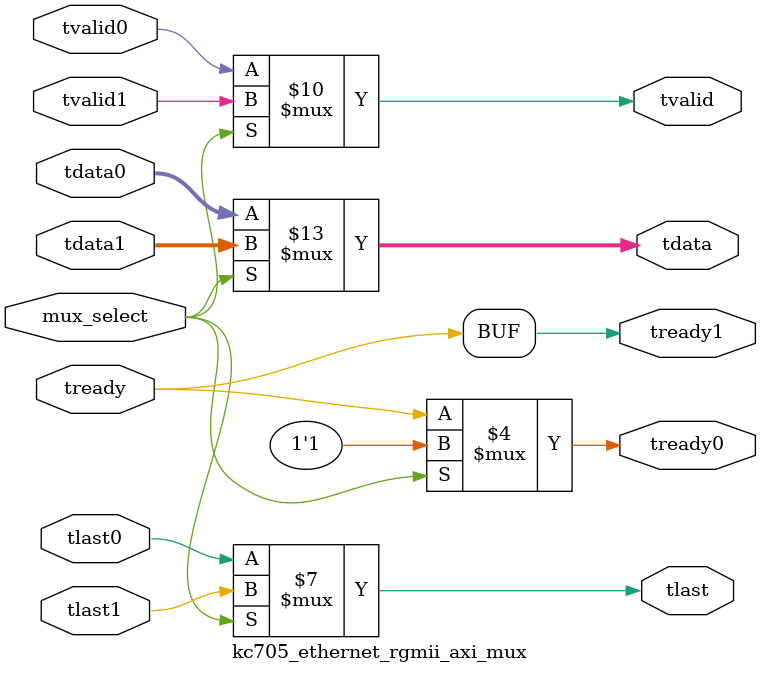
<source format=v>

`timescale 1 ps/1 ps

module kc705_ethernet_rgmii_axi_mux (
   input                   mux_select,

   // mux inputs
   input       [7:0]       tdata0,
   input                   tvalid0,
   input                   tlast0,
   output reg              tready0,
   
   input       [7:0]       tdata1,
   input                   tvalid1,
   input                   tlast1,
   output reg              tready1,
   
   // mux outputs
   output reg  [7:0]       tdata,
   output reg              tvalid,
   output reg              tlast,
   input                   tready
);

always @(mux_select or tdata0 or tvalid0 or tlast0 or tdata1 or 
         tvalid1 or tlast1)
begin
   if (mux_select) begin
      tdata    = tdata1;
      tvalid   = tvalid1;
      tlast    = tlast1;
   end
   else begin
      tdata    = tdata0;
      tvalid   = tvalid0;
      tlast    = tlast0;
   end
end

always @(mux_select or tready)
begin
   if (mux_select) begin
      tready0     = 1'b1;
   end
   else begin
      tready0     = tready;
   end
   tready1     = tready;
end

endmodule

</source>
